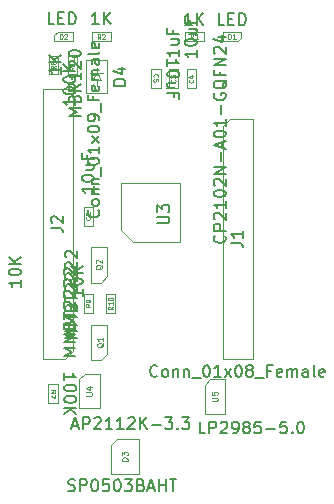
<source format=gbr>
G04 #@! TF.GenerationSoftware,KiCad,Pcbnew,(5.0.1)-4*
G04 #@! TF.CreationDate,2019-08-26T10:27:06+03:00*
G04 #@! TF.ProjectId,CP2102-breakout,4350323130322D627265616B6F75742E,rev?*
G04 #@! TF.SameCoordinates,Original*
G04 #@! TF.FileFunction,Other,Fab,Top*
%FSLAX46Y46*%
G04 Gerber Fmt 4.6, Leading zero omitted, Abs format (unit mm)*
G04 Created by KiCad (PCBNEW (5.0.1)-4) date 26/08/2019 10:27:06*
%MOMM*%
%LPD*%
G01*
G04 APERTURE LIST*
%ADD10C,0.100000*%
%ADD11C,0.150000*%
%ADD12C,0.060000*%
%ADD13C,0.075000*%
G04 APERTURE END LIST*
D10*
G04 #@! TO.C,J2*
X38735000Y-46990000D02*
X36830000Y-46990000D01*
X36830000Y-46990000D02*
X36830000Y-24130000D01*
X36830000Y-24130000D02*
X39370000Y-24130000D01*
X39370000Y-24130000D02*
X39370000Y-46355000D01*
X39370000Y-46355000D02*
X38735000Y-46990000D01*
G04 #@! TO.C,J1*
X52070000Y-27305000D02*
X52705000Y-26670000D01*
X52070000Y-46990000D02*
X52070000Y-27305000D01*
X54610000Y-46990000D02*
X52070000Y-46990000D01*
X54610000Y-26670000D02*
X54610000Y-46990000D01*
X52705000Y-26670000D02*
X54610000Y-26670000D01*
G04 #@! TO.C,D1*
X52070000Y-19300000D02*
X52070000Y-20100000D01*
X53670000Y-19300000D02*
X52070000Y-19300000D01*
X53670000Y-19800000D02*
X53670000Y-19300000D01*
X53370000Y-20100000D02*
X53670000Y-19800000D01*
X52070000Y-20100000D02*
X53370000Y-20100000D01*
G04 #@! TO.C,D2*
X39400000Y-19300000D02*
X38100000Y-19300000D01*
X38100000Y-19300000D02*
X37800000Y-19600000D01*
X37800000Y-19600000D02*
X37800000Y-20100000D01*
X37800000Y-20100000D02*
X39400000Y-20100000D01*
X39400000Y-20100000D02*
X39400000Y-19300000D01*
G04 #@! TO.C,D3*
X42615000Y-54245000D02*
X43115000Y-53745000D01*
X43115000Y-53745000D02*
X45015000Y-53745000D01*
X42615000Y-56745000D02*
X42615000Y-54245000D01*
X45015000Y-56745000D02*
X42615000Y-56745000D01*
X45015000Y-53745000D02*
X45015000Y-56745000D01*
G04 #@! TO.C,U5*
X52315000Y-48715000D02*
X52315000Y-51615000D01*
X52315000Y-51615000D02*
X50555000Y-51615000D01*
X50555000Y-49165000D02*
X50555000Y-51615000D01*
X52315000Y-48715000D02*
X51005000Y-48715000D01*
X50555000Y-49165000D02*
X51005000Y-48715000D01*
G04 #@! TO.C,U4*
X41695000Y-48275000D02*
X41695000Y-51175000D01*
X41695000Y-51175000D02*
X39935000Y-51175000D01*
X39935000Y-48725000D02*
X39935000Y-51175000D01*
X41695000Y-48275000D02*
X40385000Y-48275000D01*
X39935000Y-48725000D02*
X40385000Y-48275000D01*
G04 #@! TO.C,U3*
X44500000Y-37100000D02*
X43500000Y-36100000D01*
X48500000Y-37100000D02*
X44500000Y-37100000D01*
X48500000Y-32100000D02*
X48500000Y-37100000D01*
X43500000Y-32100000D02*
X48500000Y-32100000D01*
X43500000Y-36100000D02*
X43500000Y-32100000D01*
G04 #@! TO.C,D4*
X42300000Y-21700000D02*
X42300000Y-24500000D01*
X42300000Y-24500000D02*
X40500000Y-24500000D01*
X40500000Y-24500000D02*
X40500000Y-21700000D01*
X40500000Y-21700000D02*
X42300000Y-21700000D01*
X41400000Y-22350000D02*
X41400000Y-22750000D01*
X41400000Y-22750000D02*
X41950000Y-22750000D01*
X41400000Y-22750000D02*
X40850000Y-22750000D01*
X41400000Y-22750000D02*
X41800000Y-23350000D01*
X41800000Y-23350000D02*
X41000000Y-23350000D01*
X41000000Y-23350000D02*
X41400000Y-22750000D01*
X41400000Y-23350000D02*
X41400000Y-23850000D01*
G04 #@! TO.C,Q1*
X42300000Y-46550000D02*
X42300000Y-44100000D01*
X41750000Y-47120000D02*
X40900000Y-47120000D01*
X42300000Y-46550000D02*
X41750000Y-47120000D01*
X40900000Y-47120000D02*
X40900000Y-44080000D01*
X42300000Y-44080000D02*
X40900000Y-44080000D01*
G04 #@! TO.C,Q2*
X42300000Y-37480000D02*
X40900000Y-37480000D01*
X40900000Y-40520000D02*
X40900000Y-37480000D01*
X42300000Y-39950000D02*
X41750000Y-40520000D01*
X41750000Y-40520000D02*
X40900000Y-40520000D01*
X42300000Y-39950000D02*
X42300000Y-37500000D01*
G04 #@! TO.C,C2*
X40300000Y-35700000D02*
X40300000Y-34100000D01*
X41100000Y-35700000D02*
X40300000Y-35700000D01*
X41100000Y-34100000D02*
X41100000Y-35700000D01*
X40300000Y-34100000D02*
X41100000Y-34100000D01*
G04 #@! TO.C,C3*
X47520000Y-24075000D02*
X47520000Y-22475000D01*
X48320000Y-24075000D02*
X47520000Y-24075000D01*
X48320000Y-22475000D02*
X48320000Y-24075000D01*
X47520000Y-22475000D02*
X48320000Y-22475000D01*
G04 #@! TO.C,C4*
X49020000Y-22475000D02*
X49820000Y-22475000D01*
X49820000Y-22475000D02*
X49820000Y-24075000D01*
X49820000Y-24075000D02*
X49020000Y-24075000D01*
X49020000Y-24075000D02*
X49020000Y-22475000D01*
G04 #@! TO.C,C5*
X46820000Y-24075000D02*
X46020000Y-24075000D01*
X46020000Y-24075000D02*
X46020000Y-22475000D01*
X46020000Y-22475000D02*
X46820000Y-22475000D01*
X46820000Y-22475000D02*
X46820000Y-24075000D01*
G04 #@! TO.C,R1*
X48870000Y-19300000D02*
X50470000Y-19300000D01*
X48870000Y-20100000D02*
X48870000Y-19300000D01*
X50470000Y-20100000D02*
X48870000Y-20100000D01*
X50470000Y-19300000D02*
X50470000Y-20100000D01*
G04 #@! TO.C,R2*
X41000000Y-20100000D02*
X41000000Y-19300000D01*
X41000000Y-19300000D02*
X42600000Y-19300000D01*
X42600000Y-19300000D02*
X42600000Y-20100000D01*
X42600000Y-20100000D02*
X41000000Y-20100000D01*
G04 #@! TO.C,R7*
X38100000Y-49150000D02*
X38100000Y-50750000D01*
X37300000Y-49150000D02*
X38100000Y-49150000D01*
X37300000Y-50750000D02*
X37300000Y-49150000D01*
X38100000Y-50750000D02*
X37300000Y-50750000D01*
G04 #@! TO.C,R8*
X37350000Y-22900000D02*
X37350000Y-21300000D01*
X38150000Y-22900000D02*
X37350000Y-22900000D01*
X38150000Y-21300000D02*
X38150000Y-22900000D01*
X37350000Y-21300000D02*
X38150000Y-21300000D01*
G04 #@! TO.C,R9*
X41100000Y-43087500D02*
X40300000Y-43087500D01*
X40300000Y-43087500D02*
X40300000Y-41487500D01*
X40300000Y-41487500D02*
X41100000Y-41487500D01*
X41100000Y-41487500D02*
X41100000Y-43087500D01*
G04 #@! TO.C,R10*
X42200000Y-41500000D02*
X43000000Y-41500000D01*
X43000000Y-41500000D02*
X43000000Y-43100000D01*
X43000000Y-43100000D02*
X42200000Y-43100000D01*
X42200000Y-43100000D02*
X42200000Y-41500000D01*
G04 #@! TO.C,R11*
X38950000Y-21250000D02*
X39750000Y-21250000D01*
X39750000Y-21250000D02*
X39750000Y-22850000D01*
X39750000Y-22850000D02*
X38950000Y-22850000D01*
X38950000Y-22850000D02*
X38950000Y-21250000D01*
G04 #@! TD*
G04 #@! TO.C,J2*
D11*
X41557142Y-34385714D02*
X41604761Y-34433333D01*
X41652380Y-34576190D01*
X41652380Y-34671428D01*
X41604761Y-34814285D01*
X41509523Y-34909523D01*
X41414285Y-34957142D01*
X41223809Y-35004761D01*
X41080952Y-35004761D01*
X40890476Y-34957142D01*
X40795238Y-34909523D01*
X40700000Y-34814285D01*
X40652380Y-34671428D01*
X40652380Y-34576190D01*
X40700000Y-34433333D01*
X40747619Y-34385714D01*
X41652380Y-33814285D02*
X41604761Y-33909523D01*
X41557142Y-33957142D01*
X41461904Y-34004761D01*
X41176190Y-34004761D01*
X41080952Y-33957142D01*
X41033333Y-33909523D01*
X40985714Y-33814285D01*
X40985714Y-33671428D01*
X41033333Y-33576190D01*
X41080952Y-33528571D01*
X41176190Y-33480952D01*
X41461904Y-33480952D01*
X41557142Y-33528571D01*
X41604761Y-33576190D01*
X41652380Y-33671428D01*
X41652380Y-33814285D01*
X40985714Y-33052380D02*
X41652380Y-33052380D01*
X41080952Y-33052380D02*
X41033333Y-33004761D01*
X40985714Y-32909523D01*
X40985714Y-32766666D01*
X41033333Y-32671428D01*
X41128571Y-32623809D01*
X41652380Y-32623809D01*
X40985714Y-32147619D02*
X41652380Y-32147619D01*
X41080952Y-32147619D02*
X41033333Y-32100000D01*
X40985714Y-32004761D01*
X40985714Y-31861904D01*
X41033333Y-31766666D01*
X41128571Y-31719047D01*
X41652380Y-31719047D01*
X41747619Y-31480952D02*
X41747619Y-30719047D01*
X40652380Y-30290476D02*
X40652380Y-30195238D01*
X40700000Y-30100000D01*
X40747619Y-30052380D01*
X40842857Y-30004761D01*
X41033333Y-29957142D01*
X41271428Y-29957142D01*
X41461904Y-30004761D01*
X41557142Y-30052380D01*
X41604761Y-30100000D01*
X41652380Y-30195238D01*
X41652380Y-30290476D01*
X41604761Y-30385714D01*
X41557142Y-30433333D01*
X41461904Y-30480952D01*
X41271428Y-30528571D01*
X41033333Y-30528571D01*
X40842857Y-30480952D01*
X40747619Y-30433333D01*
X40700000Y-30385714D01*
X40652380Y-30290476D01*
X41652380Y-29004761D02*
X41652380Y-29576190D01*
X41652380Y-29290476D02*
X40652380Y-29290476D01*
X40795238Y-29385714D01*
X40890476Y-29480952D01*
X40938095Y-29576190D01*
X41652380Y-28671428D02*
X40985714Y-28147619D01*
X40985714Y-28671428D02*
X41652380Y-28147619D01*
X40652380Y-27576190D02*
X40652380Y-27480952D01*
X40700000Y-27385714D01*
X40747619Y-27338095D01*
X40842857Y-27290476D01*
X41033333Y-27242857D01*
X41271428Y-27242857D01*
X41461904Y-27290476D01*
X41557142Y-27338095D01*
X41604761Y-27385714D01*
X41652380Y-27480952D01*
X41652380Y-27576190D01*
X41604761Y-27671428D01*
X41557142Y-27719047D01*
X41461904Y-27766666D01*
X41271428Y-27814285D01*
X41033333Y-27814285D01*
X40842857Y-27766666D01*
X40747619Y-27719047D01*
X40700000Y-27671428D01*
X40652380Y-27576190D01*
X41652380Y-26766666D02*
X41652380Y-26576190D01*
X41604761Y-26480952D01*
X41557142Y-26433333D01*
X41414285Y-26338095D01*
X41223809Y-26290476D01*
X40842857Y-26290476D01*
X40747619Y-26338095D01*
X40700000Y-26385714D01*
X40652380Y-26480952D01*
X40652380Y-26671428D01*
X40700000Y-26766666D01*
X40747619Y-26814285D01*
X40842857Y-26861904D01*
X41080952Y-26861904D01*
X41176190Y-26814285D01*
X41223809Y-26766666D01*
X41271428Y-26671428D01*
X41271428Y-26480952D01*
X41223809Y-26385714D01*
X41176190Y-26338095D01*
X41080952Y-26290476D01*
X41747619Y-26100000D02*
X41747619Y-25338095D01*
X41128571Y-24766666D02*
X41128571Y-25100000D01*
X41652380Y-25100000D02*
X40652380Y-25100000D01*
X40652380Y-24623809D01*
X41604761Y-23861904D02*
X41652380Y-23957142D01*
X41652380Y-24147619D01*
X41604761Y-24242857D01*
X41509523Y-24290476D01*
X41128571Y-24290476D01*
X41033333Y-24242857D01*
X40985714Y-24147619D01*
X40985714Y-23957142D01*
X41033333Y-23861904D01*
X41128571Y-23814285D01*
X41223809Y-23814285D01*
X41319047Y-24290476D01*
X41652380Y-23385714D02*
X40985714Y-23385714D01*
X41080952Y-23385714D02*
X41033333Y-23338095D01*
X40985714Y-23242857D01*
X40985714Y-23100000D01*
X41033333Y-23004761D01*
X41128571Y-22957142D01*
X41652380Y-22957142D01*
X41128571Y-22957142D02*
X41033333Y-22909523D01*
X40985714Y-22814285D01*
X40985714Y-22671428D01*
X41033333Y-22576190D01*
X41128571Y-22528571D01*
X41652380Y-22528571D01*
X41652380Y-21623809D02*
X41128571Y-21623809D01*
X41033333Y-21671428D01*
X40985714Y-21766666D01*
X40985714Y-21957142D01*
X41033333Y-22052380D01*
X41604761Y-21623809D02*
X41652380Y-21719047D01*
X41652380Y-21957142D01*
X41604761Y-22052380D01*
X41509523Y-22100000D01*
X41414285Y-22100000D01*
X41319047Y-22052380D01*
X41271428Y-21957142D01*
X41271428Y-21719047D01*
X41223809Y-21623809D01*
X41652380Y-21004761D02*
X41604761Y-21100000D01*
X41509523Y-21147619D01*
X40652380Y-21147619D01*
X41604761Y-20242857D02*
X41652380Y-20338095D01*
X41652380Y-20528571D01*
X41604761Y-20623809D01*
X41509523Y-20671428D01*
X41128571Y-20671428D01*
X41033333Y-20623809D01*
X40985714Y-20528571D01*
X40985714Y-20338095D01*
X41033333Y-20242857D01*
X41128571Y-20195238D01*
X41223809Y-20195238D01*
X41319047Y-20671428D01*
X37552380Y-35893333D02*
X38266666Y-35893333D01*
X38409523Y-35940952D01*
X38504761Y-36036190D01*
X38552380Y-36179047D01*
X38552380Y-36274285D01*
X37647619Y-35464761D02*
X37600000Y-35417142D01*
X37552380Y-35321904D01*
X37552380Y-35083809D01*
X37600000Y-34988571D01*
X37647619Y-34940952D01*
X37742857Y-34893333D01*
X37838095Y-34893333D01*
X37980952Y-34940952D01*
X38552380Y-35512380D01*
X38552380Y-34893333D01*
G04 #@! TO.C,J1*
X46554285Y-48407142D02*
X46506666Y-48454761D01*
X46363809Y-48502380D01*
X46268571Y-48502380D01*
X46125714Y-48454761D01*
X46030476Y-48359523D01*
X45982857Y-48264285D01*
X45935238Y-48073809D01*
X45935238Y-47930952D01*
X45982857Y-47740476D01*
X46030476Y-47645238D01*
X46125714Y-47550000D01*
X46268571Y-47502380D01*
X46363809Y-47502380D01*
X46506666Y-47550000D01*
X46554285Y-47597619D01*
X47125714Y-48502380D02*
X47030476Y-48454761D01*
X46982857Y-48407142D01*
X46935238Y-48311904D01*
X46935238Y-48026190D01*
X46982857Y-47930952D01*
X47030476Y-47883333D01*
X47125714Y-47835714D01*
X47268571Y-47835714D01*
X47363809Y-47883333D01*
X47411428Y-47930952D01*
X47459047Y-48026190D01*
X47459047Y-48311904D01*
X47411428Y-48407142D01*
X47363809Y-48454761D01*
X47268571Y-48502380D01*
X47125714Y-48502380D01*
X47887619Y-47835714D02*
X47887619Y-48502380D01*
X47887619Y-47930952D02*
X47935238Y-47883333D01*
X48030476Y-47835714D01*
X48173333Y-47835714D01*
X48268571Y-47883333D01*
X48316190Y-47978571D01*
X48316190Y-48502380D01*
X48792380Y-47835714D02*
X48792380Y-48502380D01*
X48792380Y-47930952D02*
X48840000Y-47883333D01*
X48935238Y-47835714D01*
X49078095Y-47835714D01*
X49173333Y-47883333D01*
X49220952Y-47978571D01*
X49220952Y-48502380D01*
X49459047Y-48597619D02*
X50220952Y-48597619D01*
X50649523Y-47502380D02*
X50744761Y-47502380D01*
X50840000Y-47550000D01*
X50887619Y-47597619D01*
X50935238Y-47692857D01*
X50982857Y-47883333D01*
X50982857Y-48121428D01*
X50935238Y-48311904D01*
X50887619Y-48407142D01*
X50840000Y-48454761D01*
X50744761Y-48502380D01*
X50649523Y-48502380D01*
X50554285Y-48454761D01*
X50506666Y-48407142D01*
X50459047Y-48311904D01*
X50411428Y-48121428D01*
X50411428Y-47883333D01*
X50459047Y-47692857D01*
X50506666Y-47597619D01*
X50554285Y-47550000D01*
X50649523Y-47502380D01*
X51935238Y-48502380D02*
X51363809Y-48502380D01*
X51649523Y-48502380D02*
X51649523Y-47502380D01*
X51554285Y-47645238D01*
X51459047Y-47740476D01*
X51363809Y-47788095D01*
X52268571Y-48502380D02*
X52792380Y-47835714D01*
X52268571Y-47835714D02*
X52792380Y-48502380D01*
X53363809Y-47502380D02*
X53459047Y-47502380D01*
X53554285Y-47550000D01*
X53601904Y-47597619D01*
X53649523Y-47692857D01*
X53697142Y-47883333D01*
X53697142Y-48121428D01*
X53649523Y-48311904D01*
X53601904Y-48407142D01*
X53554285Y-48454761D01*
X53459047Y-48502380D01*
X53363809Y-48502380D01*
X53268571Y-48454761D01*
X53220952Y-48407142D01*
X53173333Y-48311904D01*
X53125714Y-48121428D01*
X53125714Y-47883333D01*
X53173333Y-47692857D01*
X53220952Y-47597619D01*
X53268571Y-47550000D01*
X53363809Y-47502380D01*
X54268571Y-47930952D02*
X54173333Y-47883333D01*
X54125714Y-47835714D01*
X54078095Y-47740476D01*
X54078095Y-47692857D01*
X54125714Y-47597619D01*
X54173333Y-47550000D01*
X54268571Y-47502380D01*
X54459047Y-47502380D01*
X54554285Y-47550000D01*
X54601904Y-47597619D01*
X54649523Y-47692857D01*
X54649523Y-47740476D01*
X54601904Y-47835714D01*
X54554285Y-47883333D01*
X54459047Y-47930952D01*
X54268571Y-47930952D01*
X54173333Y-47978571D01*
X54125714Y-48026190D01*
X54078095Y-48121428D01*
X54078095Y-48311904D01*
X54125714Y-48407142D01*
X54173333Y-48454761D01*
X54268571Y-48502380D01*
X54459047Y-48502380D01*
X54554285Y-48454761D01*
X54601904Y-48407142D01*
X54649523Y-48311904D01*
X54649523Y-48121428D01*
X54601904Y-48026190D01*
X54554285Y-47978571D01*
X54459047Y-47930952D01*
X54840000Y-48597619D02*
X55601904Y-48597619D01*
X56173333Y-47978571D02*
X55840000Y-47978571D01*
X55840000Y-48502380D02*
X55840000Y-47502380D01*
X56316190Y-47502380D01*
X57078095Y-48454761D02*
X56982857Y-48502380D01*
X56792380Y-48502380D01*
X56697142Y-48454761D01*
X56649523Y-48359523D01*
X56649523Y-47978571D01*
X56697142Y-47883333D01*
X56792380Y-47835714D01*
X56982857Y-47835714D01*
X57078095Y-47883333D01*
X57125714Y-47978571D01*
X57125714Y-48073809D01*
X56649523Y-48169047D01*
X57554285Y-48502380D02*
X57554285Y-47835714D01*
X57554285Y-47930952D02*
X57601904Y-47883333D01*
X57697142Y-47835714D01*
X57840000Y-47835714D01*
X57935238Y-47883333D01*
X57982857Y-47978571D01*
X57982857Y-48502380D01*
X57982857Y-47978571D02*
X58030476Y-47883333D01*
X58125714Y-47835714D01*
X58268571Y-47835714D01*
X58363809Y-47883333D01*
X58411428Y-47978571D01*
X58411428Y-48502380D01*
X59316190Y-48502380D02*
X59316190Y-47978571D01*
X59268571Y-47883333D01*
X59173333Y-47835714D01*
X58982857Y-47835714D01*
X58887619Y-47883333D01*
X59316190Y-48454761D02*
X59220952Y-48502380D01*
X58982857Y-48502380D01*
X58887619Y-48454761D01*
X58840000Y-48359523D01*
X58840000Y-48264285D01*
X58887619Y-48169047D01*
X58982857Y-48121428D01*
X59220952Y-48121428D01*
X59316190Y-48073809D01*
X59935238Y-48502380D02*
X59840000Y-48454761D01*
X59792380Y-48359523D01*
X59792380Y-47502380D01*
X60697142Y-48454761D02*
X60601904Y-48502380D01*
X60411428Y-48502380D01*
X60316190Y-48454761D01*
X60268571Y-48359523D01*
X60268571Y-47978571D01*
X60316190Y-47883333D01*
X60411428Y-47835714D01*
X60601904Y-47835714D01*
X60697142Y-47883333D01*
X60744761Y-47978571D01*
X60744761Y-48073809D01*
X60268571Y-48169047D01*
X52792380Y-37163333D02*
X53506666Y-37163333D01*
X53649523Y-37210952D01*
X53744761Y-37306190D01*
X53792380Y-37449047D01*
X53792380Y-37544285D01*
X53792380Y-36163333D02*
X53792380Y-36734761D01*
X53792380Y-36449047D02*
X52792380Y-36449047D01*
X52935238Y-36544285D01*
X53030476Y-36639523D01*
X53078095Y-36734761D01*
G04 #@! TO.C,D1*
X52227142Y-18722380D02*
X51750952Y-18722380D01*
X51750952Y-17722380D01*
X52560476Y-18198571D02*
X52893809Y-18198571D01*
X53036666Y-18722380D02*
X52560476Y-18722380D01*
X52560476Y-17722380D01*
X53036666Y-17722380D01*
X53465238Y-18722380D02*
X53465238Y-17722380D01*
X53703333Y-17722380D01*
X53846190Y-17770000D01*
X53941428Y-17865238D01*
X53989047Y-17960476D01*
X54036666Y-18150952D01*
X54036666Y-18293809D01*
X53989047Y-18484285D01*
X53941428Y-18579523D01*
X53846190Y-18674761D01*
X53703333Y-18722380D01*
X53465238Y-18722380D01*
D12*
X52574761Y-19880952D02*
X52574761Y-19480952D01*
X52670000Y-19480952D01*
X52727142Y-19500000D01*
X52765238Y-19538095D01*
X52784285Y-19576190D01*
X52803333Y-19652380D01*
X52803333Y-19709523D01*
X52784285Y-19785714D01*
X52765238Y-19823809D01*
X52727142Y-19861904D01*
X52670000Y-19880952D01*
X52574761Y-19880952D01*
X53184285Y-19880952D02*
X52955714Y-19880952D01*
X53070000Y-19880952D02*
X53070000Y-19480952D01*
X53031904Y-19538095D01*
X52993809Y-19576190D01*
X52955714Y-19595238D01*
G04 #@! TO.C,D2*
D11*
X37832142Y-18652380D02*
X37355952Y-18652380D01*
X37355952Y-17652380D01*
X38165476Y-18128571D02*
X38498809Y-18128571D01*
X38641666Y-18652380D02*
X38165476Y-18652380D01*
X38165476Y-17652380D01*
X38641666Y-17652380D01*
X39070238Y-18652380D02*
X39070238Y-17652380D01*
X39308333Y-17652380D01*
X39451190Y-17700000D01*
X39546428Y-17795238D01*
X39594047Y-17890476D01*
X39641666Y-18080952D01*
X39641666Y-18223809D01*
X39594047Y-18414285D01*
X39546428Y-18509523D01*
X39451190Y-18604761D01*
X39308333Y-18652380D01*
X39070238Y-18652380D01*
D12*
X38304761Y-19880952D02*
X38304761Y-19480952D01*
X38400000Y-19480952D01*
X38457142Y-19500000D01*
X38495238Y-19538095D01*
X38514285Y-19576190D01*
X38533333Y-19652380D01*
X38533333Y-19709523D01*
X38514285Y-19785714D01*
X38495238Y-19823809D01*
X38457142Y-19861904D01*
X38400000Y-19880952D01*
X38304761Y-19880952D01*
X38685714Y-19519047D02*
X38704761Y-19500000D01*
X38742857Y-19480952D01*
X38838095Y-19480952D01*
X38876190Y-19500000D01*
X38895238Y-19519047D01*
X38914285Y-19557142D01*
X38914285Y-19595238D01*
X38895238Y-19652380D01*
X38666666Y-19880952D01*
X38914285Y-19880952D01*
G04 #@! TO.C,D3*
D11*
X39011190Y-58129761D02*
X39154047Y-58177380D01*
X39392142Y-58177380D01*
X39487380Y-58129761D01*
X39535000Y-58082142D01*
X39582619Y-57986904D01*
X39582619Y-57891666D01*
X39535000Y-57796428D01*
X39487380Y-57748809D01*
X39392142Y-57701190D01*
X39201666Y-57653571D01*
X39106428Y-57605952D01*
X39058809Y-57558333D01*
X39011190Y-57463095D01*
X39011190Y-57367857D01*
X39058809Y-57272619D01*
X39106428Y-57225000D01*
X39201666Y-57177380D01*
X39439761Y-57177380D01*
X39582619Y-57225000D01*
X40011190Y-58177380D02*
X40011190Y-57177380D01*
X40392142Y-57177380D01*
X40487380Y-57225000D01*
X40535000Y-57272619D01*
X40582619Y-57367857D01*
X40582619Y-57510714D01*
X40535000Y-57605952D01*
X40487380Y-57653571D01*
X40392142Y-57701190D01*
X40011190Y-57701190D01*
X41201666Y-57177380D02*
X41296904Y-57177380D01*
X41392142Y-57225000D01*
X41439761Y-57272619D01*
X41487380Y-57367857D01*
X41535000Y-57558333D01*
X41535000Y-57796428D01*
X41487380Y-57986904D01*
X41439761Y-58082142D01*
X41392142Y-58129761D01*
X41296904Y-58177380D01*
X41201666Y-58177380D01*
X41106428Y-58129761D01*
X41058809Y-58082142D01*
X41011190Y-57986904D01*
X40963571Y-57796428D01*
X40963571Y-57558333D01*
X41011190Y-57367857D01*
X41058809Y-57272619D01*
X41106428Y-57225000D01*
X41201666Y-57177380D01*
X42439761Y-57177380D02*
X41963571Y-57177380D01*
X41915952Y-57653571D01*
X41963571Y-57605952D01*
X42058809Y-57558333D01*
X42296904Y-57558333D01*
X42392142Y-57605952D01*
X42439761Y-57653571D01*
X42487380Y-57748809D01*
X42487380Y-57986904D01*
X42439761Y-58082142D01*
X42392142Y-58129761D01*
X42296904Y-58177380D01*
X42058809Y-58177380D01*
X41963571Y-58129761D01*
X41915952Y-58082142D01*
X43106428Y-57177380D02*
X43201666Y-57177380D01*
X43296904Y-57225000D01*
X43344523Y-57272619D01*
X43392142Y-57367857D01*
X43439761Y-57558333D01*
X43439761Y-57796428D01*
X43392142Y-57986904D01*
X43344523Y-58082142D01*
X43296904Y-58129761D01*
X43201666Y-58177380D01*
X43106428Y-58177380D01*
X43011190Y-58129761D01*
X42963571Y-58082142D01*
X42915952Y-57986904D01*
X42868333Y-57796428D01*
X42868333Y-57558333D01*
X42915952Y-57367857D01*
X42963571Y-57272619D01*
X43011190Y-57225000D01*
X43106428Y-57177380D01*
X43773095Y-57177380D02*
X44392142Y-57177380D01*
X44058809Y-57558333D01*
X44201666Y-57558333D01*
X44296904Y-57605952D01*
X44344523Y-57653571D01*
X44392142Y-57748809D01*
X44392142Y-57986904D01*
X44344523Y-58082142D01*
X44296904Y-58129761D01*
X44201666Y-58177380D01*
X43915952Y-58177380D01*
X43820714Y-58129761D01*
X43773095Y-58082142D01*
X45154047Y-57653571D02*
X45296904Y-57701190D01*
X45344523Y-57748809D01*
X45392142Y-57844047D01*
X45392142Y-57986904D01*
X45344523Y-58082142D01*
X45296904Y-58129761D01*
X45201666Y-58177380D01*
X44820714Y-58177380D01*
X44820714Y-57177380D01*
X45154047Y-57177380D01*
X45249285Y-57225000D01*
X45296904Y-57272619D01*
X45344523Y-57367857D01*
X45344523Y-57463095D01*
X45296904Y-57558333D01*
X45249285Y-57605952D01*
X45154047Y-57653571D01*
X44820714Y-57653571D01*
X45773095Y-57891666D02*
X46249285Y-57891666D01*
X45677857Y-58177380D02*
X46011190Y-57177380D01*
X46344523Y-58177380D01*
X46677857Y-58177380D02*
X46677857Y-57177380D01*
X46677857Y-57653571D02*
X47249285Y-57653571D01*
X47249285Y-58177380D02*
X47249285Y-57177380D01*
X47582619Y-57177380D02*
X48154047Y-57177380D01*
X47868333Y-58177380D02*
X47868333Y-57177380D01*
D13*
X44041190Y-55614047D02*
X43541190Y-55614047D01*
X43541190Y-55495000D01*
X43565000Y-55423571D01*
X43612619Y-55375952D01*
X43660238Y-55352142D01*
X43755476Y-55328333D01*
X43826904Y-55328333D01*
X43922142Y-55352142D01*
X43969761Y-55375952D01*
X44017380Y-55423571D01*
X44041190Y-55495000D01*
X44041190Y-55614047D01*
X43541190Y-55161666D02*
X43541190Y-54852142D01*
X43731666Y-55018809D01*
X43731666Y-54947380D01*
X43755476Y-54899761D01*
X43779285Y-54875952D01*
X43826904Y-54852142D01*
X43945952Y-54852142D01*
X43993571Y-54875952D01*
X44017380Y-54899761D01*
X44041190Y-54947380D01*
X44041190Y-55090238D01*
X44017380Y-55137857D01*
X43993571Y-55161666D01*
G04 #@! TO.C,U5*
D11*
X50625238Y-53297380D02*
X50149047Y-53297380D01*
X50149047Y-52297380D01*
X50958571Y-53297380D02*
X50958571Y-52297380D01*
X51339523Y-52297380D01*
X51434761Y-52345000D01*
X51482380Y-52392619D01*
X51530000Y-52487857D01*
X51530000Y-52630714D01*
X51482380Y-52725952D01*
X51434761Y-52773571D01*
X51339523Y-52821190D01*
X50958571Y-52821190D01*
X51910952Y-52392619D02*
X51958571Y-52345000D01*
X52053809Y-52297380D01*
X52291904Y-52297380D01*
X52387142Y-52345000D01*
X52434761Y-52392619D01*
X52482380Y-52487857D01*
X52482380Y-52583095D01*
X52434761Y-52725952D01*
X51863333Y-53297380D01*
X52482380Y-53297380D01*
X52958571Y-53297380D02*
X53149047Y-53297380D01*
X53244285Y-53249761D01*
X53291904Y-53202142D01*
X53387142Y-53059285D01*
X53434761Y-52868809D01*
X53434761Y-52487857D01*
X53387142Y-52392619D01*
X53339523Y-52345000D01*
X53244285Y-52297380D01*
X53053809Y-52297380D01*
X52958571Y-52345000D01*
X52910952Y-52392619D01*
X52863333Y-52487857D01*
X52863333Y-52725952D01*
X52910952Y-52821190D01*
X52958571Y-52868809D01*
X53053809Y-52916428D01*
X53244285Y-52916428D01*
X53339523Y-52868809D01*
X53387142Y-52821190D01*
X53434761Y-52725952D01*
X54006190Y-52725952D02*
X53910952Y-52678333D01*
X53863333Y-52630714D01*
X53815714Y-52535476D01*
X53815714Y-52487857D01*
X53863333Y-52392619D01*
X53910952Y-52345000D01*
X54006190Y-52297380D01*
X54196666Y-52297380D01*
X54291904Y-52345000D01*
X54339523Y-52392619D01*
X54387142Y-52487857D01*
X54387142Y-52535476D01*
X54339523Y-52630714D01*
X54291904Y-52678333D01*
X54196666Y-52725952D01*
X54006190Y-52725952D01*
X53910952Y-52773571D01*
X53863333Y-52821190D01*
X53815714Y-52916428D01*
X53815714Y-53106904D01*
X53863333Y-53202142D01*
X53910952Y-53249761D01*
X54006190Y-53297380D01*
X54196666Y-53297380D01*
X54291904Y-53249761D01*
X54339523Y-53202142D01*
X54387142Y-53106904D01*
X54387142Y-52916428D01*
X54339523Y-52821190D01*
X54291904Y-52773571D01*
X54196666Y-52725952D01*
X55291904Y-52297380D02*
X54815714Y-52297380D01*
X54768095Y-52773571D01*
X54815714Y-52725952D01*
X54910952Y-52678333D01*
X55149047Y-52678333D01*
X55244285Y-52725952D01*
X55291904Y-52773571D01*
X55339523Y-52868809D01*
X55339523Y-53106904D01*
X55291904Y-53202142D01*
X55244285Y-53249761D01*
X55149047Y-53297380D01*
X54910952Y-53297380D01*
X54815714Y-53249761D01*
X54768095Y-53202142D01*
X55768095Y-52916428D02*
X56530000Y-52916428D01*
X57482380Y-52297380D02*
X57006190Y-52297380D01*
X56958571Y-52773571D01*
X57006190Y-52725952D01*
X57101428Y-52678333D01*
X57339523Y-52678333D01*
X57434761Y-52725952D01*
X57482380Y-52773571D01*
X57530000Y-52868809D01*
X57530000Y-53106904D01*
X57482380Y-53202142D01*
X57434761Y-53249761D01*
X57339523Y-53297380D01*
X57101428Y-53297380D01*
X57006190Y-53249761D01*
X56958571Y-53202142D01*
X57958571Y-53202142D02*
X58006190Y-53249761D01*
X57958571Y-53297380D01*
X57910952Y-53249761D01*
X57958571Y-53202142D01*
X57958571Y-53297380D01*
X58625238Y-52297380D02*
X58720476Y-52297380D01*
X58815714Y-52345000D01*
X58863333Y-52392619D01*
X58910952Y-52487857D01*
X58958571Y-52678333D01*
X58958571Y-52916428D01*
X58910952Y-53106904D01*
X58863333Y-53202142D01*
X58815714Y-53249761D01*
X58720476Y-53297380D01*
X58625238Y-53297380D01*
X58530000Y-53249761D01*
X58482380Y-53202142D01*
X58434761Y-53106904D01*
X58387142Y-52916428D01*
X58387142Y-52678333D01*
X58434761Y-52487857D01*
X58482380Y-52392619D01*
X58530000Y-52345000D01*
X58625238Y-52297380D01*
D13*
X51161190Y-50545952D02*
X51565952Y-50545952D01*
X51613571Y-50522142D01*
X51637380Y-50498333D01*
X51661190Y-50450714D01*
X51661190Y-50355476D01*
X51637380Y-50307857D01*
X51613571Y-50284047D01*
X51565952Y-50260238D01*
X51161190Y-50260238D01*
X51161190Y-49784047D02*
X51161190Y-50022142D01*
X51399285Y-50045952D01*
X51375476Y-50022142D01*
X51351666Y-49974523D01*
X51351666Y-49855476D01*
X51375476Y-49807857D01*
X51399285Y-49784047D01*
X51446904Y-49760238D01*
X51565952Y-49760238D01*
X51613571Y-49784047D01*
X51637380Y-49807857D01*
X51661190Y-49855476D01*
X51661190Y-49974523D01*
X51637380Y-50022142D01*
X51613571Y-50045952D01*
G04 #@! TO.C,U4*
D11*
X39352619Y-52646666D02*
X39828809Y-52646666D01*
X39257380Y-52932380D02*
X39590714Y-51932380D01*
X39924047Y-52932380D01*
X40257380Y-52932380D02*
X40257380Y-51932380D01*
X40638333Y-51932380D01*
X40733571Y-51980000D01*
X40781190Y-52027619D01*
X40828809Y-52122857D01*
X40828809Y-52265714D01*
X40781190Y-52360952D01*
X40733571Y-52408571D01*
X40638333Y-52456190D01*
X40257380Y-52456190D01*
X41209761Y-52027619D02*
X41257380Y-51980000D01*
X41352619Y-51932380D01*
X41590714Y-51932380D01*
X41685952Y-51980000D01*
X41733571Y-52027619D01*
X41781190Y-52122857D01*
X41781190Y-52218095D01*
X41733571Y-52360952D01*
X41162142Y-52932380D01*
X41781190Y-52932380D01*
X42733571Y-52932380D02*
X42162142Y-52932380D01*
X42447857Y-52932380D02*
X42447857Y-51932380D01*
X42352619Y-52075238D01*
X42257380Y-52170476D01*
X42162142Y-52218095D01*
X43685952Y-52932380D02*
X43114523Y-52932380D01*
X43400238Y-52932380D02*
X43400238Y-51932380D01*
X43305000Y-52075238D01*
X43209761Y-52170476D01*
X43114523Y-52218095D01*
X44066904Y-52027619D02*
X44114523Y-51980000D01*
X44209761Y-51932380D01*
X44447857Y-51932380D01*
X44543095Y-51980000D01*
X44590714Y-52027619D01*
X44638333Y-52122857D01*
X44638333Y-52218095D01*
X44590714Y-52360952D01*
X44019285Y-52932380D01*
X44638333Y-52932380D01*
X45066904Y-52932380D02*
X45066904Y-51932380D01*
X45638333Y-52932380D02*
X45209761Y-52360952D01*
X45638333Y-51932380D02*
X45066904Y-52503809D01*
X46066904Y-52551428D02*
X46828809Y-52551428D01*
X47209761Y-51932380D02*
X47828809Y-51932380D01*
X47495476Y-52313333D01*
X47638333Y-52313333D01*
X47733571Y-52360952D01*
X47781190Y-52408571D01*
X47828809Y-52503809D01*
X47828809Y-52741904D01*
X47781190Y-52837142D01*
X47733571Y-52884761D01*
X47638333Y-52932380D01*
X47352619Y-52932380D01*
X47257380Y-52884761D01*
X47209761Y-52837142D01*
X48257380Y-52837142D02*
X48305000Y-52884761D01*
X48257380Y-52932380D01*
X48209761Y-52884761D01*
X48257380Y-52837142D01*
X48257380Y-52932380D01*
X48638333Y-51932380D02*
X49257380Y-51932380D01*
X48924047Y-52313333D01*
X49066904Y-52313333D01*
X49162142Y-52360952D01*
X49209761Y-52408571D01*
X49257380Y-52503809D01*
X49257380Y-52741904D01*
X49209761Y-52837142D01*
X49162142Y-52884761D01*
X49066904Y-52932380D01*
X48781190Y-52932380D01*
X48685952Y-52884761D01*
X48638333Y-52837142D01*
D13*
X40541190Y-50105952D02*
X40945952Y-50105952D01*
X40993571Y-50082142D01*
X41017380Y-50058333D01*
X41041190Y-50010714D01*
X41041190Y-49915476D01*
X41017380Y-49867857D01*
X40993571Y-49844047D01*
X40945952Y-49820238D01*
X40541190Y-49820238D01*
X40707857Y-49367857D02*
X41041190Y-49367857D01*
X40517380Y-49486904D02*
X40874523Y-49605952D01*
X40874523Y-49296428D01*
G04 #@! TO.C,U3*
D11*
X52247142Y-36556666D02*
X52294761Y-36604285D01*
X52342380Y-36747142D01*
X52342380Y-36842380D01*
X52294761Y-36985238D01*
X52199523Y-37080476D01*
X52104285Y-37128095D01*
X51913809Y-37175714D01*
X51770952Y-37175714D01*
X51580476Y-37128095D01*
X51485238Y-37080476D01*
X51390000Y-36985238D01*
X51342380Y-36842380D01*
X51342380Y-36747142D01*
X51390000Y-36604285D01*
X51437619Y-36556666D01*
X52342380Y-36128095D02*
X51342380Y-36128095D01*
X51342380Y-35747142D01*
X51390000Y-35651904D01*
X51437619Y-35604285D01*
X51532857Y-35556666D01*
X51675714Y-35556666D01*
X51770952Y-35604285D01*
X51818571Y-35651904D01*
X51866190Y-35747142D01*
X51866190Y-36128095D01*
X51437619Y-35175714D02*
X51390000Y-35128095D01*
X51342380Y-35032857D01*
X51342380Y-34794761D01*
X51390000Y-34699523D01*
X51437619Y-34651904D01*
X51532857Y-34604285D01*
X51628095Y-34604285D01*
X51770952Y-34651904D01*
X52342380Y-35223333D01*
X52342380Y-34604285D01*
X52342380Y-33651904D02*
X52342380Y-34223333D01*
X52342380Y-33937619D02*
X51342380Y-33937619D01*
X51485238Y-34032857D01*
X51580476Y-34128095D01*
X51628095Y-34223333D01*
X51342380Y-33032857D02*
X51342380Y-32937619D01*
X51390000Y-32842380D01*
X51437619Y-32794761D01*
X51532857Y-32747142D01*
X51723333Y-32699523D01*
X51961428Y-32699523D01*
X52151904Y-32747142D01*
X52247142Y-32794761D01*
X52294761Y-32842380D01*
X52342380Y-32937619D01*
X52342380Y-33032857D01*
X52294761Y-33128095D01*
X52247142Y-33175714D01*
X52151904Y-33223333D01*
X51961428Y-33270952D01*
X51723333Y-33270952D01*
X51532857Y-33223333D01*
X51437619Y-33175714D01*
X51390000Y-33128095D01*
X51342380Y-33032857D01*
X51437619Y-32318571D02*
X51390000Y-32270952D01*
X51342380Y-32175714D01*
X51342380Y-31937619D01*
X51390000Y-31842380D01*
X51437619Y-31794761D01*
X51532857Y-31747142D01*
X51628095Y-31747142D01*
X51770952Y-31794761D01*
X52342380Y-32366190D01*
X52342380Y-31747142D01*
X52342380Y-31318571D02*
X51342380Y-31318571D01*
X52342380Y-30747142D01*
X51342380Y-30747142D01*
X51961428Y-30270952D02*
X51961428Y-29509047D01*
X52056666Y-29080476D02*
X52056666Y-28604285D01*
X52342380Y-29175714D02*
X51342380Y-28842380D01*
X52342380Y-28509047D01*
X51342380Y-27985238D02*
X51342380Y-27890000D01*
X51390000Y-27794761D01*
X51437619Y-27747142D01*
X51532857Y-27699523D01*
X51723333Y-27651904D01*
X51961428Y-27651904D01*
X52151904Y-27699523D01*
X52247142Y-27747142D01*
X52294761Y-27794761D01*
X52342380Y-27890000D01*
X52342380Y-27985238D01*
X52294761Y-28080476D01*
X52247142Y-28128095D01*
X52151904Y-28175714D01*
X51961428Y-28223333D01*
X51723333Y-28223333D01*
X51532857Y-28175714D01*
X51437619Y-28128095D01*
X51390000Y-28080476D01*
X51342380Y-27985238D01*
X52342380Y-26699523D02*
X52342380Y-27270952D01*
X52342380Y-26985238D02*
X51342380Y-26985238D01*
X51485238Y-27080476D01*
X51580476Y-27175714D01*
X51628095Y-27270952D01*
X51961428Y-26270952D02*
X51961428Y-25509047D01*
X51390000Y-24509047D02*
X51342380Y-24604285D01*
X51342380Y-24747142D01*
X51390000Y-24890000D01*
X51485238Y-24985238D01*
X51580476Y-25032857D01*
X51770952Y-25080476D01*
X51913809Y-25080476D01*
X52104285Y-25032857D01*
X52199523Y-24985238D01*
X52294761Y-24890000D01*
X52342380Y-24747142D01*
X52342380Y-24651904D01*
X52294761Y-24509047D01*
X52247142Y-24461428D01*
X51913809Y-24461428D01*
X51913809Y-24651904D01*
X52437619Y-23366190D02*
X52390000Y-23461428D01*
X52294761Y-23556666D01*
X52151904Y-23699523D01*
X52104285Y-23794761D01*
X52104285Y-23890000D01*
X52342380Y-23842380D02*
X52294761Y-23937619D01*
X52199523Y-24032857D01*
X52009047Y-24080476D01*
X51675714Y-24080476D01*
X51485238Y-24032857D01*
X51390000Y-23937619D01*
X51342380Y-23842380D01*
X51342380Y-23651904D01*
X51390000Y-23556666D01*
X51485238Y-23461428D01*
X51675714Y-23413809D01*
X52009047Y-23413809D01*
X52199523Y-23461428D01*
X52294761Y-23556666D01*
X52342380Y-23651904D01*
X52342380Y-23842380D01*
X51818571Y-22651904D02*
X51818571Y-22985238D01*
X52342380Y-22985238D02*
X51342380Y-22985238D01*
X51342380Y-22509047D01*
X52342380Y-22128095D02*
X51342380Y-22128095D01*
X52342380Y-21556666D01*
X51342380Y-21556666D01*
X51437619Y-21128095D02*
X51390000Y-21080476D01*
X51342380Y-20985238D01*
X51342380Y-20747142D01*
X51390000Y-20651904D01*
X51437619Y-20604285D01*
X51532857Y-20556666D01*
X51628095Y-20556666D01*
X51770952Y-20604285D01*
X52342380Y-21175714D01*
X52342380Y-20556666D01*
X51675714Y-19699523D02*
X52342380Y-19699523D01*
X51294761Y-19937619D02*
X52009047Y-20175714D01*
X52009047Y-19556666D01*
X46547380Y-35511904D02*
X47356904Y-35511904D01*
X47452142Y-35464285D01*
X47499761Y-35416666D01*
X47547380Y-35321428D01*
X47547380Y-35130952D01*
X47499761Y-35035714D01*
X47452142Y-34988095D01*
X47356904Y-34940476D01*
X46547380Y-34940476D01*
X46547380Y-34559523D02*
X46547380Y-33940476D01*
X46928333Y-34273809D01*
X46928333Y-34130952D01*
X46975952Y-34035714D01*
X47023571Y-33988095D01*
X47118809Y-33940476D01*
X47356904Y-33940476D01*
X47452142Y-33988095D01*
X47499761Y-34035714D01*
X47547380Y-34130952D01*
X47547380Y-34416666D01*
X47499761Y-34511904D01*
X47452142Y-34559523D01*
G04 #@! TO.C,D4*
X40052380Y-26411904D02*
X39052380Y-26411904D01*
X39766666Y-26078571D01*
X39052380Y-25745238D01*
X40052380Y-25745238D01*
X39528571Y-24935714D02*
X39576190Y-24792857D01*
X39623809Y-24745238D01*
X39719047Y-24697619D01*
X39861904Y-24697619D01*
X39957142Y-24745238D01*
X40004761Y-24792857D01*
X40052380Y-24888095D01*
X40052380Y-25269047D01*
X39052380Y-25269047D01*
X39052380Y-24935714D01*
X39100000Y-24840476D01*
X39147619Y-24792857D01*
X39242857Y-24745238D01*
X39338095Y-24745238D01*
X39433333Y-24792857D01*
X39480952Y-24840476D01*
X39528571Y-24935714D01*
X39528571Y-25269047D01*
X40052380Y-23697619D02*
X39576190Y-24030952D01*
X40052380Y-24269047D02*
X39052380Y-24269047D01*
X39052380Y-23888095D01*
X39100000Y-23792857D01*
X39147619Y-23745238D01*
X39242857Y-23697619D01*
X39385714Y-23697619D01*
X39480952Y-23745238D01*
X39528571Y-23792857D01*
X39576190Y-23888095D01*
X39576190Y-24269047D01*
X40052380Y-22745238D02*
X40052380Y-23316666D01*
X40052380Y-23030952D02*
X39052380Y-23030952D01*
X39195238Y-23126190D01*
X39290476Y-23221428D01*
X39338095Y-23316666D01*
X39147619Y-22364285D02*
X39100000Y-22316666D01*
X39052380Y-22221428D01*
X39052380Y-21983333D01*
X39100000Y-21888095D01*
X39147619Y-21840476D01*
X39242857Y-21792857D01*
X39338095Y-21792857D01*
X39480952Y-21840476D01*
X40052380Y-22411904D01*
X40052380Y-21792857D01*
X39052380Y-21173809D02*
X39052380Y-21078571D01*
X39100000Y-20983333D01*
X39147619Y-20935714D01*
X39242857Y-20888095D01*
X39433333Y-20840476D01*
X39671428Y-20840476D01*
X39861904Y-20888095D01*
X39957142Y-20935714D01*
X40004761Y-20983333D01*
X40052380Y-21078571D01*
X40052380Y-21173809D01*
X40004761Y-21269047D01*
X39957142Y-21316666D01*
X39861904Y-21364285D01*
X39671428Y-21411904D01*
X39433333Y-21411904D01*
X39242857Y-21364285D01*
X39147619Y-21316666D01*
X39100000Y-21269047D01*
X39052380Y-21173809D01*
X43852380Y-23838095D02*
X42852380Y-23838095D01*
X42852380Y-23600000D01*
X42900000Y-23457142D01*
X42995238Y-23361904D01*
X43090476Y-23314285D01*
X43280952Y-23266666D01*
X43423809Y-23266666D01*
X43614285Y-23314285D01*
X43709523Y-23361904D01*
X43804761Y-23457142D01*
X43852380Y-23600000D01*
X43852380Y-23838095D01*
X43185714Y-22409523D02*
X43852380Y-22409523D01*
X42804761Y-22647619D02*
X43519047Y-22885714D01*
X43519047Y-22266666D01*
G04 #@! TO.C,Q1*
X39617380Y-46724856D02*
X38617380Y-46724856D01*
X39331666Y-46391522D01*
X38617380Y-46058189D01*
X39617380Y-46058189D01*
X39617380Y-45581999D02*
X38617380Y-45581999D01*
X39331666Y-45248665D01*
X38617380Y-44915332D01*
X39617380Y-44915332D01*
X39093571Y-44105808D02*
X39141190Y-43962951D01*
X39188809Y-43915332D01*
X39284047Y-43867713D01*
X39426904Y-43867713D01*
X39522142Y-43915332D01*
X39569761Y-43962951D01*
X39617380Y-44058189D01*
X39617380Y-44439141D01*
X38617380Y-44439141D01*
X38617380Y-44105808D01*
X38665000Y-44010570D01*
X38712619Y-43962951D01*
X38807857Y-43915332D01*
X38903095Y-43915332D01*
X38998333Y-43962951D01*
X39045952Y-44010570D01*
X39093571Y-44105808D01*
X39093571Y-44439141D01*
X38617380Y-43581999D02*
X38617380Y-43010570D01*
X39617380Y-43296284D02*
X38617380Y-43296284D01*
X38712619Y-42724856D02*
X38665000Y-42677237D01*
X38617380Y-42581999D01*
X38617380Y-42343903D01*
X38665000Y-42248665D01*
X38712619Y-42201046D01*
X38807857Y-42153427D01*
X38903095Y-42153427D01*
X39045952Y-42201046D01*
X39617380Y-42772475D01*
X39617380Y-42153427D01*
X38712619Y-41772475D02*
X38665000Y-41724856D01*
X38617380Y-41629618D01*
X38617380Y-41391522D01*
X38665000Y-41296284D01*
X38712619Y-41248665D01*
X38807857Y-41201046D01*
X38903095Y-41201046D01*
X39045952Y-41248665D01*
X39617380Y-41820094D01*
X39617380Y-41201046D01*
X38712619Y-40820094D02*
X38665000Y-40772475D01*
X38617380Y-40677237D01*
X38617380Y-40439141D01*
X38665000Y-40343903D01*
X38712619Y-40296284D01*
X38807857Y-40248665D01*
X38903095Y-40248665D01*
X39045952Y-40296284D01*
X39617380Y-40867713D01*
X39617380Y-40248665D01*
X38712619Y-39867713D02*
X38665000Y-39820094D01*
X38617380Y-39724856D01*
X38617380Y-39486760D01*
X38665000Y-39391522D01*
X38712619Y-39343903D01*
X38807857Y-39296284D01*
X38903095Y-39296284D01*
X39045952Y-39343903D01*
X39617380Y-39915332D01*
X39617380Y-39296284D01*
D13*
X41973809Y-45647619D02*
X41950000Y-45695238D01*
X41902380Y-45742857D01*
X41830952Y-45814285D01*
X41807142Y-45861904D01*
X41807142Y-45909523D01*
X41926190Y-45885714D02*
X41902380Y-45933333D01*
X41854761Y-45980952D01*
X41759523Y-46004761D01*
X41592857Y-46004761D01*
X41497619Y-45980952D01*
X41450000Y-45933333D01*
X41426190Y-45885714D01*
X41426190Y-45790476D01*
X41450000Y-45742857D01*
X41497619Y-45695238D01*
X41592857Y-45671428D01*
X41759523Y-45671428D01*
X41854761Y-45695238D01*
X41902380Y-45742857D01*
X41926190Y-45790476D01*
X41926190Y-45885714D01*
X41926190Y-45195238D02*
X41926190Y-45480952D01*
X41926190Y-45338095D02*
X41426190Y-45338095D01*
X41497619Y-45385714D01*
X41545238Y-45433333D01*
X41569047Y-45480952D01*
G04 #@! TO.C,Q2*
D11*
X39757380Y-45256096D02*
X38757380Y-45256096D01*
X39471666Y-44922762D01*
X38757380Y-44589429D01*
X39757380Y-44589429D01*
X39757380Y-44113239D02*
X38757380Y-44113239D01*
X39471666Y-43779905D01*
X38757380Y-43446572D01*
X39757380Y-43446572D01*
X39233571Y-42637048D02*
X39281190Y-42494191D01*
X39328809Y-42446572D01*
X39424047Y-42398953D01*
X39566904Y-42398953D01*
X39662142Y-42446572D01*
X39709761Y-42494191D01*
X39757380Y-42589429D01*
X39757380Y-42970381D01*
X38757380Y-42970381D01*
X38757380Y-42637048D01*
X38805000Y-42541810D01*
X38852619Y-42494191D01*
X38947857Y-42446572D01*
X39043095Y-42446572D01*
X39138333Y-42494191D01*
X39185952Y-42541810D01*
X39233571Y-42637048D01*
X39233571Y-42970381D01*
X38757380Y-42113239D02*
X38757380Y-41541810D01*
X39757380Y-41827524D02*
X38757380Y-41827524D01*
X38852619Y-41256096D02*
X38805000Y-41208477D01*
X38757380Y-41113239D01*
X38757380Y-40875143D01*
X38805000Y-40779905D01*
X38852619Y-40732286D01*
X38947857Y-40684667D01*
X39043095Y-40684667D01*
X39185952Y-40732286D01*
X39757380Y-41303715D01*
X39757380Y-40684667D01*
X38852619Y-40303715D02*
X38805000Y-40256096D01*
X38757380Y-40160858D01*
X38757380Y-39922762D01*
X38805000Y-39827524D01*
X38852619Y-39779905D01*
X38947857Y-39732286D01*
X39043095Y-39732286D01*
X39185952Y-39779905D01*
X39757380Y-40351334D01*
X39757380Y-39732286D01*
X38852619Y-39351334D02*
X38805000Y-39303715D01*
X38757380Y-39208477D01*
X38757380Y-38970381D01*
X38805000Y-38875143D01*
X38852619Y-38827524D01*
X38947857Y-38779905D01*
X39043095Y-38779905D01*
X39185952Y-38827524D01*
X39757380Y-39398953D01*
X39757380Y-38779905D01*
X38852619Y-38398953D02*
X38805000Y-38351334D01*
X38757380Y-38256096D01*
X38757380Y-38018000D01*
X38805000Y-37922762D01*
X38852619Y-37875143D01*
X38947857Y-37827524D01*
X39043095Y-37827524D01*
X39185952Y-37875143D01*
X39757380Y-38446572D01*
X39757380Y-37827524D01*
D13*
X41873809Y-39047619D02*
X41850000Y-39095238D01*
X41802380Y-39142857D01*
X41730952Y-39214285D01*
X41707142Y-39261904D01*
X41707142Y-39309523D01*
X41826190Y-39285714D02*
X41802380Y-39333333D01*
X41754761Y-39380952D01*
X41659523Y-39404761D01*
X41492857Y-39404761D01*
X41397619Y-39380952D01*
X41350000Y-39333333D01*
X41326190Y-39285714D01*
X41326190Y-39190476D01*
X41350000Y-39142857D01*
X41397619Y-39095238D01*
X41492857Y-39071428D01*
X41659523Y-39071428D01*
X41754761Y-39095238D01*
X41802380Y-39142857D01*
X41826190Y-39190476D01*
X41826190Y-39285714D01*
X41373809Y-38880952D02*
X41350000Y-38857142D01*
X41326190Y-38809523D01*
X41326190Y-38690476D01*
X41350000Y-38642857D01*
X41373809Y-38619047D01*
X41421428Y-38595238D01*
X41469047Y-38595238D01*
X41540476Y-38619047D01*
X41826190Y-38904761D01*
X41826190Y-38595238D01*
G04 #@! TO.C,C2*
D11*
X41152380Y-32346428D02*
X41152380Y-32917857D01*
X41152380Y-32632142D02*
X40152380Y-32632142D01*
X40295238Y-32727380D01*
X40390476Y-32822619D01*
X40438095Y-32917857D01*
X40152380Y-31727380D02*
X40152380Y-31632142D01*
X40200000Y-31536904D01*
X40247619Y-31489285D01*
X40342857Y-31441666D01*
X40533333Y-31394047D01*
X40771428Y-31394047D01*
X40961904Y-31441666D01*
X41057142Y-31489285D01*
X41104761Y-31536904D01*
X41152380Y-31632142D01*
X41152380Y-31727380D01*
X41104761Y-31822619D01*
X41057142Y-31870238D01*
X40961904Y-31917857D01*
X40771428Y-31965476D01*
X40533333Y-31965476D01*
X40342857Y-31917857D01*
X40247619Y-31870238D01*
X40200000Y-31822619D01*
X40152380Y-31727380D01*
X40485714Y-30536904D02*
X41152380Y-30536904D01*
X40485714Y-30965476D02*
X41009523Y-30965476D01*
X41104761Y-30917857D01*
X41152380Y-30822619D01*
X41152380Y-30679761D01*
X41104761Y-30584523D01*
X41057142Y-30536904D01*
X40628571Y-29727380D02*
X40628571Y-30060714D01*
X41152380Y-30060714D02*
X40152380Y-30060714D01*
X40152380Y-29584523D01*
D12*
X40842857Y-34966666D02*
X40861904Y-34985714D01*
X40880952Y-35042857D01*
X40880952Y-35080952D01*
X40861904Y-35138095D01*
X40823809Y-35176190D01*
X40785714Y-35195238D01*
X40709523Y-35214285D01*
X40652380Y-35214285D01*
X40576190Y-35195238D01*
X40538095Y-35176190D01*
X40500000Y-35138095D01*
X40480952Y-35080952D01*
X40480952Y-35042857D01*
X40500000Y-34985714D01*
X40519047Y-34966666D01*
X40519047Y-34814285D02*
X40500000Y-34795238D01*
X40480952Y-34757142D01*
X40480952Y-34661904D01*
X40500000Y-34623809D01*
X40519047Y-34604761D01*
X40557142Y-34585714D01*
X40595238Y-34585714D01*
X40652380Y-34604761D01*
X40880952Y-34833333D01*
X40880952Y-34585714D01*
G04 #@! TO.C,C3*
D11*
X48372380Y-20795238D02*
X48372380Y-21366666D01*
X48372380Y-21080952D02*
X47372380Y-21080952D01*
X47515238Y-21176190D01*
X47610476Y-21271428D01*
X47658095Y-21366666D01*
X47705714Y-19938095D02*
X48372380Y-19938095D01*
X47705714Y-20366666D02*
X48229523Y-20366666D01*
X48324761Y-20319047D01*
X48372380Y-20223809D01*
X48372380Y-20080952D01*
X48324761Y-19985714D01*
X48277142Y-19938095D01*
X47848571Y-19128571D02*
X47848571Y-19461904D01*
X48372380Y-19461904D02*
X47372380Y-19461904D01*
X47372380Y-18985714D01*
D12*
X48062857Y-23341666D02*
X48081904Y-23360714D01*
X48100952Y-23417857D01*
X48100952Y-23455952D01*
X48081904Y-23513095D01*
X48043809Y-23551190D01*
X48005714Y-23570238D01*
X47929523Y-23589285D01*
X47872380Y-23589285D01*
X47796190Y-23570238D01*
X47758095Y-23551190D01*
X47720000Y-23513095D01*
X47700952Y-23455952D01*
X47700952Y-23417857D01*
X47720000Y-23360714D01*
X47739047Y-23341666D01*
X47700952Y-23208333D02*
X47700952Y-22960714D01*
X47853333Y-23094047D01*
X47853333Y-23036904D01*
X47872380Y-22998809D01*
X47891428Y-22979761D01*
X47929523Y-22960714D01*
X48024761Y-22960714D01*
X48062857Y-22979761D01*
X48081904Y-22998809D01*
X48100952Y-23036904D01*
X48100952Y-23151190D01*
X48081904Y-23189285D01*
X48062857Y-23208333D01*
G04 #@! TO.C,C4*
D11*
X49872380Y-20871428D02*
X49872380Y-21442857D01*
X49872380Y-21157142D02*
X48872380Y-21157142D01*
X49015238Y-21252380D01*
X49110476Y-21347619D01*
X49158095Y-21442857D01*
X48872380Y-20252380D02*
X48872380Y-20157142D01*
X48920000Y-20061904D01*
X48967619Y-20014285D01*
X49062857Y-19966666D01*
X49253333Y-19919047D01*
X49491428Y-19919047D01*
X49681904Y-19966666D01*
X49777142Y-20014285D01*
X49824761Y-20061904D01*
X49872380Y-20157142D01*
X49872380Y-20252380D01*
X49824761Y-20347619D01*
X49777142Y-20395238D01*
X49681904Y-20442857D01*
X49491428Y-20490476D01*
X49253333Y-20490476D01*
X49062857Y-20442857D01*
X48967619Y-20395238D01*
X48920000Y-20347619D01*
X48872380Y-20252380D01*
X49205714Y-19061904D02*
X49872380Y-19061904D01*
X49205714Y-19490476D02*
X49729523Y-19490476D01*
X49824761Y-19442857D01*
X49872380Y-19347619D01*
X49872380Y-19204761D01*
X49824761Y-19109523D01*
X49777142Y-19061904D01*
X49348571Y-18252380D02*
X49348571Y-18585714D01*
X49872380Y-18585714D02*
X48872380Y-18585714D01*
X48872380Y-18109523D01*
D12*
X49562857Y-23341666D02*
X49581904Y-23360714D01*
X49600952Y-23417857D01*
X49600952Y-23455952D01*
X49581904Y-23513095D01*
X49543809Y-23551190D01*
X49505714Y-23570238D01*
X49429523Y-23589285D01*
X49372380Y-23589285D01*
X49296190Y-23570238D01*
X49258095Y-23551190D01*
X49220000Y-23513095D01*
X49200952Y-23455952D01*
X49200952Y-23417857D01*
X49220000Y-23360714D01*
X49239047Y-23341666D01*
X49334285Y-22998809D02*
X49600952Y-22998809D01*
X49181904Y-23094047D02*
X49467619Y-23189285D01*
X49467619Y-22941666D01*
G04 #@! TO.C,C5*
D11*
X47397619Y-22203571D02*
X47397619Y-21632142D01*
X47397619Y-21917857D02*
X48397619Y-21917857D01*
X48254761Y-21822619D01*
X48159523Y-21727380D01*
X48111904Y-21632142D01*
X48397619Y-22822619D02*
X48397619Y-22917857D01*
X48350000Y-23013095D01*
X48302380Y-23060714D01*
X48207142Y-23108333D01*
X48016666Y-23155952D01*
X47778571Y-23155952D01*
X47588095Y-23108333D01*
X47492857Y-23060714D01*
X47445238Y-23013095D01*
X47397619Y-22917857D01*
X47397619Y-22822619D01*
X47445238Y-22727380D01*
X47492857Y-22679761D01*
X47588095Y-22632142D01*
X47778571Y-22584523D01*
X48016666Y-22584523D01*
X48207142Y-22632142D01*
X48302380Y-22679761D01*
X48350000Y-22727380D01*
X48397619Y-22822619D01*
X48064285Y-24013095D02*
X47397619Y-24013095D01*
X48064285Y-23584523D02*
X47540476Y-23584523D01*
X47445238Y-23632142D01*
X47397619Y-23727380D01*
X47397619Y-23870238D01*
X47445238Y-23965476D01*
X47492857Y-24013095D01*
X47921428Y-24822619D02*
X47921428Y-24489285D01*
X47397619Y-24489285D02*
X48397619Y-24489285D01*
X48397619Y-24965476D01*
D12*
X46256822Y-23128293D02*
X46237775Y-23109245D01*
X46218727Y-23052102D01*
X46218727Y-23014007D01*
X46237775Y-22956864D01*
X46275870Y-22918769D01*
X46313965Y-22899721D01*
X46390156Y-22880674D01*
X46447299Y-22880674D01*
X46523489Y-22899721D01*
X46561584Y-22918769D01*
X46599680Y-22956864D01*
X46618727Y-23014007D01*
X46618727Y-23052102D01*
X46599680Y-23109245D01*
X46580632Y-23128293D01*
X46618727Y-23490198D02*
X46618727Y-23299721D01*
X46428251Y-23280674D01*
X46447299Y-23299721D01*
X46466346Y-23337817D01*
X46466346Y-23433055D01*
X46447299Y-23471150D01*
X46428251Y-23490198D01*
X46390156Y-23509245D01*
X46294918Y-23509245D01*
X46256822Y-23490198D01*
X46237775Y-23471150D01*
X46218727Y-23433055D01*
X46218727Y-23337817D01*
X46237775Y-23299721D01*
X46256822Y-23280674D01*
G04 #@! TO.C,R1*
D11*
X49455714Y-18722380D02*
X48884285Y-18722380D01*
X49170000Y-18722380D02*
X49170000Y-17722380D01*
X49074761Y-17865238D01*
X48979523Y-17960476D01*
X48884285Y-18008095D01*
X49884285Y-18722380D02*
X49884285Y-17722380D01*
X50455714Y-18722380D02*
X50027142Y-18150952D01*
X50455714Y-17722380D02*
X49884285Y-18293809D01*
D12*
X49603333Y-19880952D02*
X49470000Y-19690476D01*
X49374761Y-19880952D02*
X49374761Y-19480952D01*
X49527142Y-19480952D01*
X49565238Y-19500000D01*
X49584285Y-19519047D01*
X49603333Y-19557142D01*
X49603333Y-19614285D01*
X49584285Y-19652380D01*
X49565238Y-19671428D01*
X49527142Y-19690476D01*
X49374761Y-19690476D01*
X49984285Y-19880952D02*
X49755714Y-19880952D01*
X49870000Y-19880952D02*
X49870000Y-19480952D01*
X49831904Y-19538095D01*
X49793809Y-19576190D01*
X49755714Y-19595238D01*
G04 #@! TO.C,R2*
D11*
X41585714Y-18652380D02*
X41014285Y-18652380D01*
X41300000Y-18652380D02*
X41300000Y-17652380D01*
X41204761Y-17795238D01*
X41109523Y-17890476D01*
X41014285Y-17938095D01*
X42014285Y-18652380D02*
X42014285Y-17652380D01*
X42585714Y-18652380D02*
X42157142Y-18080952D01*
X42585714Y-17652380D02*
X42014285Y-18223809D01*
D12*
X41733333Y-19880952D02*
X41600000Y-19690476D01*
X41504761Y-19880952D02*
X41504761Y-19480952D01*
X41657142Y-19480952D01*
X41695238Y-19500000D01*
X41714285Y-19519047D01*
X41733333Y-19557142D01*
X41733333Y-19614285D01*
X41714285Y-19652380D01*
X41695238Y-19671428D01*
X41657142Y-19690476D01*
X41504761Y-19690476D01*
X41885714Y-19519047D02*
X41904761Y-19500000D01*
X41942857Y-19480952D01*
X42038095Y-19480952D01*
X42076190Y-19500000D01*
X42095238Y-19519047D01*
X42114285Y-19557142D01*
X42114285Y-19595238D01*
X42095238Y-19652380D01*
X41866666Y-19880952D01*
X42114285Y-19880952D01*
G04 #@! TO.C,R7*
D11*
X38677619Y-48783333D02*
X38677619Y-48211904D01*
X38677619Y-48497619D02*
X39677619Y-48497619D01*
X39534761Y-48402380D01*
X39439523Y-48307142D01*
X39391904Y-48211904D01*
X39677619Y-49402380D02*
X39677619Y-49497619D01*
X39630000Y-49592857D01*
X39582380Y-49640476D01*
X39487142Y-49688095D01*
X39296666Y-49735714D01*
X39058571Y-49735714D01*
X38868095Y-49688095D01*
X38772857Y-49640476D01*
X38725238Y-49592857D01*
X38677619Y-49497619D01*
X38677619Y-49402380D01*
X38725238Y-49307142D01*
X38772857Y-49259523D01*
X38868095Y-49211904D01*
X39058571Y-49164285D01*
X39296666Y-49164285D01*
X39487142Y-49211904D01*
X39582380Y-49259523D01*
X39630000Y-49307142D01*
X39677619Y-49402380D01*
X39677619Y-50354761D02*
X39677619Y-50450000D01*
X39630000Y-50545238D01*
X39582380Y-50592857D01*
X39487142Y-50640476D01*
X39296666Y-50688095D01*
X39058571Y-50688095D01*
X38868095Y-50640476D01*
X38772857Y-50592857D01*
X38725238Y-50545238D01*
X38677619Y-50450000D01*
X38677619Y-50354761D01*
X38725238Y-50259523D01*
X38772857Y-50211904D01*
X38868095Y-50164285D01*
X39058571Y-50116666D01*
X39296666Y-50116666D01*
X39487142Y-50164285D01*
X39582380Y-50211904D01*
X39630000Y-50259523D01*
X39677619Y-50354761D01*
X38677619Y-51116666D02*
X39677619Y-51116666D01*
X38677619Y-51688095D02*
X39249047Y-51259523D01*
X39677619Y-51688095D02*
X39106190Y-51116666D01*
D12*
X37519047Y-49883333D02*
X37709523Y-49750000D01*
X37519047Y-49654761D02*
X37919047Y-49654761D01*
X37919047Y-49807142D01*
X37900000Y-49845238D01*
X37880952Y-49864285D01*
X37842857Y-49883333D01*
X37785714Y-49883333D01*
X37747619Y-49864285D01*
X37728571Y-49845238D01*
X37709523Y-49807142D01*
X37709523Y-49654761D01*
X37919047Y-50016666D02*
X37919047Y-50283333D01*
X37519047Y-50111904D01*
G04 #@! TO.C,R8*
D11*
X39602380Y-24954166D02*
X39602380Y-25525595D01*
X39602380Y-25239880D02*
X38602380Y-25239880D01*
X38745238Y-25335119D01*
X38840476Y-25430357D01*
X38888095Y-25525595D01*
X38602380Y-24335119D02*
X38602380Y-24239880D01*
X38650000Y-24144642D01*
X38697619Y-24097023D01*
X38792857Y-24049404D01*
X38983333Y-24001785D01*
X39221428Y-24001785D01*
X39411904Y-24049404D01*
X39507142Y-24097023D01*
X39554761Y-24144642D01*
X39602380Y-24239880D01*
X39602380Y-24335119D01*
X39554761Y-24430357D01*
X39507142Y-24477976D01*
X39411904Y-24525595D01*
X39221428Y-24573214D01*
X38983333Y-24573214D01*
X38792857Y-24525595D01*
X38697619Y-24477976D01*
X38650000Y-24430357D01*
X38602380Y-24335119D01*
X38602380Y-23382738D02*
X38602380Y-23287500D01*
X38650000Y-23192261D01*
X38697619Y-23144642D01*
X38792857Y-23097023D01*
X38983333Y-23049404D01*
X39221428Y-23049404D01*
X39411904Y-23097023D01*
X39507142Y-23144642D01*
X39554761Y-23192261D01*
X39602380Y-23287500D01*
X39602380Y-23382738D01*
X39554761Y-23477976D01*
X39507142Y-23525595D01*
X39411904Y-23573214D01*
X39221428Y-23620833D01*
X38983333Y-23620833D01*
X38792857Y-23573214D01*
X38697619Y-23525595D01*
X38650000Y-23477976D01*
X38602380Y-23382738D01*
X39602380Y-22620833D02*
X38602380Y-22620833D01*
X39602380Y-22049404D02*
X39030952Y-22477976D01*
X38602380Y-22049404D02*
X39173809Y-22620833D01*
D12*
X37930952Y-22166666D02*
X37740476Y-22300000D01*
X37930952Y-22395238D02*
X37530952Y-22395238D01*
X37530952Y-22242857D01*
X37550000Y-22204761D01*
X37569047Y-22185714D01*
X37607142Y-22166666D01*
X37664285Y-22166666D01*
X37702380Y-22185714D01*
X37721428Y-22204761D01*
X37740476Y-22242857D01*
X37740476Y-22395238D01*
X37702380Y-21938095D02*
X37683333Y-21976190D01*
X37664285Y-21995238D01*
X37626190Y-22014285D01*
X37607142Y-22014285D01*
X37569047Y-21995238D01*
X37550000Y-21976190D01*
X37530952Y-21938095D01*
X37530952Y-21861904D01*
X37550000Y-21823809D01*
X37569047Y-21804761D01*
X37607142Y-21785714D01*
X37626190Y-21785714D01*
X37664285Y-21804761D01*
X37683333Y-21823809D01*
X37702380Y-21861904D01*
X37702380Y-21938095D01*
X37721428Y-21976190D01*
X37740476Y-21995238D01*
X37778571Y-22014285D01*
X37854761Y-22014285D01*
X37892857Y-21995238D01*
X37911904Y-21976190D01*
X37930952Y-21938095D01*
X37930952Y-21861904D01*
X37911904Y-21823809D01*
X37892857Y-21804761D01*
X37854761Y-21785714D01*
X37778571Y-21785714D01*
X37740476Y-21804761D01*
X37721428Y-21823809D01*
X37702380Y-21861904D01*
G04 #@! TO.C,R9*
D11*
X34977580Y-40292976D02*
X34977580Y-40864404D01*
X34977580Y-40578690D02*
X33977580Y-40578690D01*
X34120438Y-40673928D01*
X34215676Y-40769166D01*
X34263295Y-40864404D01*
X33977580Y-39673928D02*
X33977580Y-39578690D01*
X34025200Y-39483452D01*
X34072819Y-39435833D01*
X34168057Y-39388214D01*
X34358533Y-39340595D01*
X34596628Y-39340595D01*
X34787104Y-39388214D01*
X34882342Y-39435833D01*
X34929961Y-39483452D01*
X34977580Y-39578690D01*
X34977580Y-39673928D01*
X34929961Y-39769166D01*
X34882342Y-39816785D01*
X34787104Y-39864404D01*
X34596628Y-39912023D01*
X34358533Y-39912023D01*
X34168057Y-39864404D01*
X34072819Y-39816785D01*
X34025200Y-39769166D01*
X33977580Y-39673928D01*
X34977580Y-38912023D02*
X33977580Y-38912023D01*
X34977580Y-38340595D02*
X34406152Y-38769166D01*
X33977580Y-38340595D02*
X34549009Y-38912023D01*
D12*
X40880952Y-42354166D02*
X40690476Y-42487500D01*
X40880952Y-42582738D02*
X40480952Y-42582738D01*
X40480952Y-42430357D01*
X40500000Y-42392261D01*
X40519047Y-42373214D01*
X40557142Y-42354166D01*
X40614285Y-42354166D01*
X40652380Y-42373214D01*
X40671428Y-42392261D01*
X40690476Y-42430357D01*
X40690476Y-42582738D01*
X40880952Y-42163690D02*
X40880952Y-42087500D01*
X40861904Y-42049404D01*
X40842857Y-42030357D01*
X40785714Y-41992261D01*
X40709523Y-41973214D01*
X40557142Y-41973214D01*
X40519047Y-41992261D01*
X40500000Y-42011309D01*
X40480952Y-42049404D01*
X40480952Y-42125595D01*
X40500000Y-42163690D01*
X40519047Y-42182738D01*
X40557142Y-42201785D01*
X40652380Y-42201785D01*
X40690476Y-42182738D01*
X40709523Y-42163690D01*
X40728571Y-42125595D01*
X40728571Y-42049404D01*
X40709523Y-42011309D01*
X40690476Y-41992261D01*
X40652380Y-41973214D01*
G04 #@! TO.C,R10*
D11*
X40222980Y-41095476D02*
X40222980Y-41666904D01*
X40222980Y-41381190D02*
X39222980Y-41381190D01*
X39365838Y-41476428D01*
X39461076Y-41571666D01*
X39508695Y-41666904D01*
X39222980Y-40476428D02*
X39222980Y-40381190D01*
X39270600Y-40285952D01*
X39318219Y-40238333D01*
X39413457Y-40190714D01*
X39603933Y-40143095D01*
X39842028Y-40143095D01*
X40032504Y-40190714D01*
X40127742Y-40238333D01*
X40175361Y-40285952D01*
X40222980Y-40381190D01*
X40222980Y-40476428D01*
X40175361Y-40571666D01*
X40127742Y-40619285D01*
X40032504Y-40666904D01*
X39842028Y-40714523D01*
X39603933Y-40714523D01*
X39413457Y-40666904D01*
X39318219Y-40619285D01*
X39270600Y-40571666D01*
X39222980Y-40476428D01*
X40222980Y-39714523D02*
X39222980Y-39714523D01*
X40222980Y-39143095D02*
X39651552Y-39571666D01*
X39222980Y-39143095D02*
X39794409Y-39714523D01*
D12*
X42780952Y-42557142D02*
X42590476Y-42690476D01*
X42780952Y-42785714D02*
X42380952Y-42785714D01*
X42380952Y-42633333D01*
X42400000Y-42595238D01*
X42419047Y-42576190D01*
X42457142Y-42557142D01*
X42514285Y-42557142D01*
X42552380Y-42576190D01*
X42571428Y-42595238D01*
X42590476Y-42633333D01*
X42590476Y-42785714D01*
X42780952Y-42176190D02*
X42780952Y-42404761D01*
X42780952Y-42290476D02*
X42380952Y-42290476D01*
X42438095Y-42328571D01*
X42476190Y-42366666D01*
X42495238Y-42404761D01*
X42380952Y-41928571D02*
X42380952Y-41890476D01*
X42400000Y-41852380D01*
X42419047Y-41833333D01*
X42457142Y-41814285D01*
X42533333Y-41795238D01*
X42628571Y-41795238D01*
X42704761Y-41814285D01*
X42742857Y-41833333D01*
X42761904Y-41852380D01*
X42780952Y-41890476D01*
X42780952Y-41928571D01*
X42761904Y-41966666D01*
X42742857Y-41985714D01*
X42704761Y-42004761D01*
X42628571Y-42023809D01*
X42533333Y-42023809D01*
X42457142Y-42004761D01*
X42419047Y-41985714D01*
X42400000Y-41966666D01*
X42380952Y-41928571D01*
G04 #@! TO.C,R11*
D11*
X38372380Y-22264285D02*
X38372380Y-22835714D01*
X38372380Y-22550000D02*
X37372380Y-22550000D01*
X37515238Y-22645238D01*
X37610476Y-22740476D01*
X37658095Y-22835714D01*
X38372380Y-21835714D02*
X37372380Y-21835714D01*
X38372380Y-21264285D02*
X37800952Y-21692857D01*
X37372380Y-21264285D02*
X37943809Y-21835714D01*
D12*
X39530952Y-22307142D02*
X39340476Y-22440476D01*
X39530952Y-22535714D02*
X39130952Y-22535714D01*
X39130952Y-22383333D01*
X39150000Y-22345238D01*
X39169047Y-22326190D01*
X39207142Y-22307142D01*
X39264285Y-22307142D01*
X39302380Y-22326190D01*
X39321428Y-22345238D01*
X39340476Y-22383333D01*
X39340476Y-22535714D01*
X39530952Y-21926190D02*
X39530952Y-22154761D01*
X39530952Y-22040476D02*
X39130952Y-22040476D01*
X39188095Y-22078571D01*
X39226190Y-22116666D01*
X39245238Y-22154761D01*
X39530952Y-21545238D02*
X39530952Y-21773809D01*
X39530952Y-21659523D02*
X39130952Y-21659523D01*
X39188095Y-21697619D01*
X39226190Y-21735714D01*
X39245238Y-21773809D01*
G04 #@! TD*
M02*

</source>
